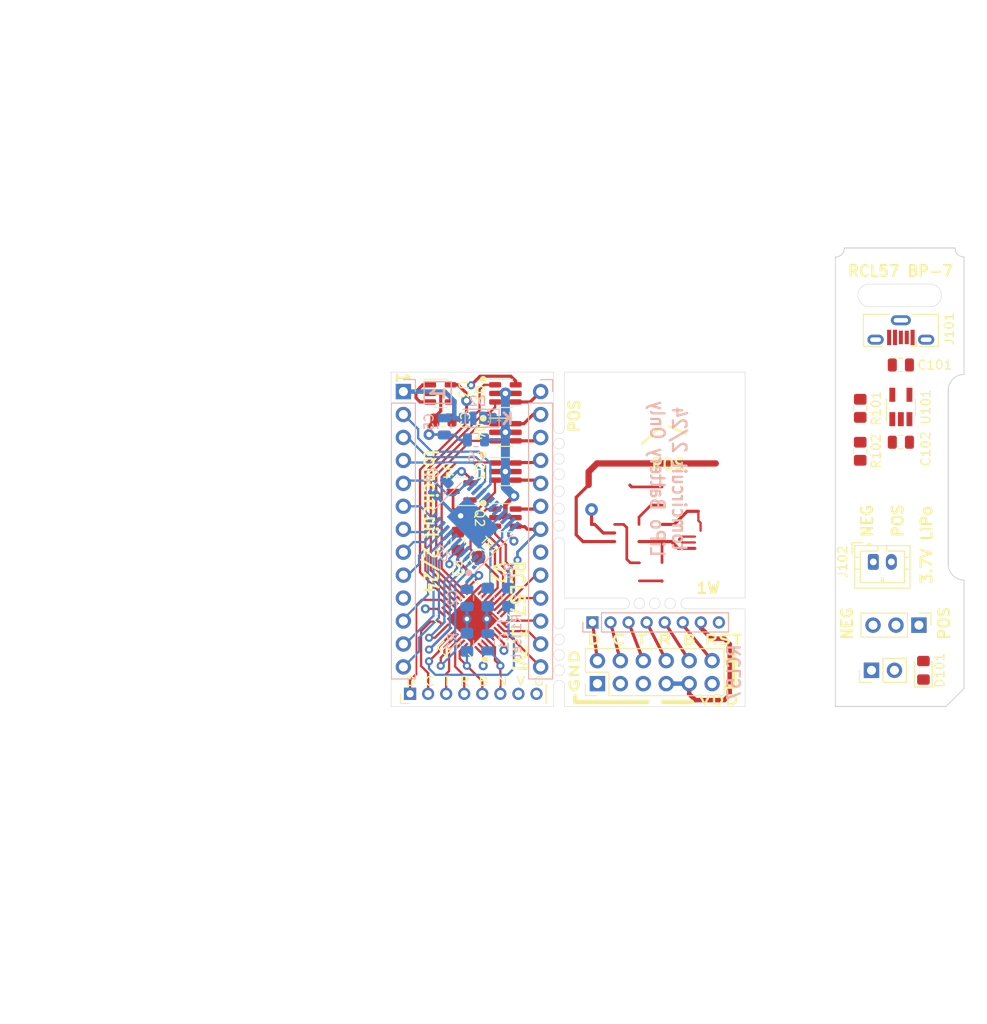
<source format=kicad_pcb>
(kicad_pcb (version 20221018) (generator pcbnew)
  (layers (0 "F.Cu" signal) (1 "In1.Cu" mixed) (2 "In2.Cu" mixed) (31 "B.Cu" signal) (34 "B.Paste" user) (35 "F.Paste" user) (36 "B.SilkS" user "B.Silkscreen") (37 "F.SilkS" user "F.Silkscreen") (38 "B.Mask" user) (39 "F.Mask" user) (44 "Edge.Cuts" user))
  (net 0 "")
  (net 1 "GND")
  (net 2 "+3V3")
  (net 3 "+BATT")
  (net 6 "VBUS")
  (net 13 "Net-(U2-IREF)")
  (net 16 "/RCL57 Retrofit - MCU Board/NRST")
  (net 17 "Net-(D101-K)")
  (net 18 "/RCL57 Retrofit - PSU Board/VUSB")
  (net 19 "/RCL57 Retrofit - MCU Board/D1SP")
  (net 20 "/RCL57 Retrofit - MCU Board/D2")
  (net 21 "/RCL57 Retrofit - MCU Board/D3")
  (net 22 "/RCL57 Retrofit - MCU Board/D4")
  (net 23 "/RCL57 Retrofit - MCU Board/D5")
  (net 24 "/RCL57 Retrofit - MCU Board/D6")
  (net 25 "/RCL57 Retrofit - MCU Board/D7")
  (net 26 "/RCL57 Retrofit - MCU Board/D8")
  (net 27 "/RCL57 Retrofit - MCU Board/D9")
  (net 28 "/RCL57 Retrofit - MCU Board/D10")
  (net 29 "/RCL57 Retrofit - MCU Board/D11")
  (net 30 "/RCL57 Retrofit - MCU Board/SG")
  (net 31 "/RCL57 Retrofit - MCU Board/SF")
  (net 32 "/RCL57 Retrofit - MCU Board/SE")
  (net 33 "/RCL57 Retrofit - MCU Board/SC")
  (net 34 "/RCL57 Retrofit - MCU Board/SB")
  (net 35 "/RCL57 Retrofit - MCU Board/SA")
  (net 36 "/RCL57 Retrofit - MCU Board/D12SD")
  (net 37 "/RCL57 Retrofit - MCU Board/K5")
  (net 38 "/RCL57 Retrofit - MCU Board/K4")
  (net 39 "/RCL57 Retrofit - MCU Board/K3")
  (net 40 "/RCL57 Retrofit - MCU Board/K2")
  (net 41 "/RCL57 Retrofit - MCU Board/K1")
  (net 42 "/RCL57 Retrofit - MCU Board/SWDIO")
  (net 43 "/RCL57 Retrofit - MCU Board/SWCLK")
  (net 44 "/RCL57 Retrofit - MCU Board/U1TXD")
  (net 45 "/RCL57 Retrofit - MCU Board/U1RXD")
  (net 46 "/RCL57 Retrofit - MCU Board/BOOT0")
  (net 47 "Net-(J101-D+)")
  (net 48 "/RCL57 Retrofit - PSU Board/VBAT")
  (net 50 "/RCL57 Retrofit - MCU Board/P_DRIVE")
  (net 51 "/RCL57 Retrofit - MCU Board/G_DRIVE")
  (net 52 "/RCL57 Retrofit - MCU Board/A_DRIVE")
  (net 53 "/RCL57 Retrofit - MCU Board/D_DRIVE")
  (net 54 "/RCL57 Retrofit - MCU Board/C_DRIVE")
  (net 55 "/RCL57 Retrofit - MCU Board/B_DRIVE")
  (net 56 "/RCL57 Retrofit - MCU Board/F_DRIVE")
  (net 57 "/RCL57 Retrofit - MCU Board/E_DRIVE")
  (net 58 "/RCL57 Retrofit - MCU Board/MEMIO")
  (net 59 "/RCL57 Retrofit - MCU Board/D12MCU")
  (net 60 "/RCL57 Retrofit - MCU Board/LATCH")
  (net 61 "/RCL57 Retrofit - MCU Board/SCLK")
  (net 62 "/RCL57 Retrofit - MCU Board/SDATA")
  (net 63 "Net-(U101-STAT)")
  (net 64 "Net-(U101-PROG)")
  (net 65 "GND1")
  (net 66 "/RCL557 Retrofit - Debug Board/SWDIO2")
  (net 67 "/RCL557 Retrofit - Debug Board/SWCLK12")
  (net 68 "/RCL557 Retrofit - Debug Board/U1TXD2")
  (net 69 "/RCL557 Retrofit - Debug Board/U1RXD2")
  (net 70 "/RCL557 Retrofit - Debug Board/BOOT02")
  (net 71 "/RCL557 Retrofit - Debug Board/NRST2")
  (net 72 "/RCL557 Retrofit - Debug Board/VDD2")
  (net 73 "/RCL557 Retrofit - Debug Board/GND2")
  (footprint "Package_TO_SOT_SMD:SOT-23-6" (layer "F.Cu") (at 148.459999 96.1)
    (fp_text reference "Q2")
    (fp_text value "DMP2240UDM-7")
  )
  (footprint "Connector_PinHeader_2.54mm:PinHeader_1x03_P2.54mm_Vertical" (layer "F.Cu") (at 194.25 108 -90)
    (fp_text reference "J103" hide)
    (fp_text value "CALC")
  )
  (footprint "Package_DFN_QFN:QFN-36-1EP_6x6mm_P0.5mm_EP4.1x4.1mm" (layer "F.Cu") (at 144.859999 107.309585 135)
    (fp_text reference "U1")
    (fp_text value "STM32F103TBUx")
  )
  (footprint "Capacitor_SMD:C_0805_2012Metric" (layer "F.Cu") (at 141.6 85.3 180)
    (fp_text reference "C3")
    (fp_text value "4.7uF")
  )
  (footprint "Package_TO_SOT_SMD:SOT-23-6" (layer "F.Cu") (at 148.46 82.347056)
    (fp_text reference "Q1")
    (fp_text value "DMP2240UDM-7")
  )
  (footprint "Package_TO_SOT_SMD:SOT-23-6" (layer "F.Cu") (at 148.4625 86.65)
    (fp_text reference "Q4")
    (fp_text value "DMP2240UDM-7")
  )
  (footprint "Connector_PinHeader_2.00mm:PinHeader_1x08_P2.00mm_Vertical" (layer "F.Cu") (at 137.9 115.6 90)
    (fp_text reference "J3" hide)
    (fp_text value "STLINK")
  )
  (footprint "Resistor_SMD:R_0805_2012Metric_Pad1.20x1.40mm_HandSolder" (layer "F.Cu") (at 187.75 88.75 -90)
    (fp_text reference "R102")
    (fp_text value "470")
  )
  (footprint "Resistor_SMD:R_0805_2012Metric_Pad1.20x1.40mm_HandSolder" (layer "F.Cu") (at 143.2 98.7 90)
    (fp_text reference "R3")
    (fp_text value "47K")
  )
  (footprint "Resistor_SMD:R_0805_2012Metric_Pad1.20x1.40mm_HandSolder" (layer "F.Cu") (at 187.75 84 -90)
    (fp_text reference "R101")
    (fp_text value "4.7K")
  )
  (footprint "Connector_JST:JST_PH_B2B-PH-K_1x02_P2.00mm_Vertical" (layer "F.Cu") (at 189.2 101)
    (fp_text reference "J102")
    (fp_text value "JST PH 2mm")
  )
  (footprint "TestPoint:TestPoint_Pad_D1.5mm" (layer "F.Cu") (at 145.5 100.5)
    (fp_text reference "TP1")
    (fp_text value "MEMIO")
  )
  (footprint "Package_TO_SOT_SMD:SOT-23" (layer "F.Cu") (at 143.6 93.2 180)
    (fp_text reference "U4")
    (fp_text value "11AA080/TT")
  )
  (footprint "MountingHole:MountingHole_2mm" (layer "F.Cu") (at 158 102)
    (fp_text reference "H101" hide)
    (fp_text value "MountingHole")
  )
  (footprint "Capacitor_SMD:C_0805_2012Metric" (layer "F.Cu") (at 192.25 79.2 180)
    (fp_text reference "C101")
    (fp_text value "4.7uF")
  )
  (footprint "Package_TO_SOT_SMD:SOT-23-5_HandSoldering" (layer "F.Cu") (at 192.25 83.850001 90)
    (fp_text reference "U101")
    (fp_text value "MCP73831-2-OT")
  )
  (footprint "Connector_PinHeader_2.54mm:PinHeader_2x06_P2.54mm_Vertical" (layer "F.Cu") (at 158.65 114.475 90)
    (fp_text reference "J202" hide)
    (fp_text value "DEBUG")
  )
  (footprint "LED_SMD:LED_0805_2012Metric_Pad1.15x1.40mm_HandSolder" (layer "F.Cu") (at 194.75 113 90)
    (fp_text reference "D101")
    (fp_text value "LED")
  )
  (footprint "Capacitor_SMD:C_0805_2012Metric" (layer "F.Cu") (at 192.25 87.75 180)
    (fp_text reference "C102")
    (fp_text value "4.7uF")
  )
  (footprint "Connector_USB:USB_Micro-B_Molex-105133-0001" (layer "F.Cu") (at 192.25 75.325 180)
    (fp_text reference "J101")
    (fp_text value "USB_B_Micro")
  )
  (footprint "MountingHole:MountingHole_2mm" (layer "F.Cu") (at 172 83)
    (fp_text reference "H102" hide)
    (fp_text value "MountingHole")
  )
  (footprint "Package_TO_SOT_SMD:SOT-23-5" (layer "F.Cu") (at 141.26 82.347056)
    (fp_text reference "U3")
    (fp_text value "TLV70033_SOT23-5")
  )
  (footprint "Package_TO_SOT_SMD:SOT-23-6" (layer "F.Cu") (at 148.459999 91)
    (fp_text reference "Q3")
    (fp_text value "DMP2240UDM-7")
  )
  (footprint "Connector_PinHeader_2.54mm:PinHeader_1x02_P2.54mm_Vertical" (layer "F.Cu") (at 189 113 90)
    (fp_text reference "J104" hide)
    (fp_text value "DUMMY")
  )
  (footprint "Capacitor_SMD:C_0805_2012Metric" (layer "B.Cu") (at 144.2 105 -90)
    (fp_text reference "C2")
    (fp_text value "100nF")
  )
  (footprint "Connector_PinSocket_2.00mm:PinSocket_1x08_P2.00mm_Vertical" (layer "B.Cu") (at 158.1 107.7 -90)
    (fp_text reference "J201" hide)
    (fp_text value "RCL57_BOARD")
  )
  (footprint "Diode_SMD:D_SOD-123" (layer "B.Cu") (at 145.4 85.1 180)
    (fp_text reference "D2")
    (fp_text value "MBR0520")
  )
  (footprint "Capacitor_SMD:C_0805_2012Metric" (layer "B.Cu") (at 141.7 86 -90)
    (fp_text reference "C5")
    (fp_text value "100nF")
  )
  (footprint "Resistor_SMD:R_0805_2012Metric_Pad1.20x1.40mm_HandSolder" (layer "B.Cu") (at 148.8 104.9 -90)
    (fp_text reference "R4")
    (fp_text value "470")
  )
  (footprint "Capacitor_SMD:C_0805_2012Metric" (layer "B.Cu") (at 145.2 87.5 180)
    (fp_text reference "C6")
    (fp_text value "4.7uF")
  )
  (footprint "Capacitor_SMD:C_0805_2012Metric" (layer "B.Cu") (at 141.3 92.8 -135)
    (fp_text reference "C4")
    (fp_text value "100nF")
  )
  (footprint "Jumper:SolderJumper-2_P1.3mm_Open_RoundedPad1.0x1.5mm" (layer "B.Cu") (at 145.4 85.1)
    (fp_text reference "JP1" hide)
    (fp_text value "NoDiode")
  )
  (footprint "Connector_PinHeader_2.54mm:PinHeader_1x13_P2.54mm_Vertical" (layer "B.Cu") (at 137.16 82.147058 180)
    (fp_text reference "J1" hide)
    (fp_text value "TMC1500 p1-13")
  )
  (footprint "Resistor_SMD:R_0805_2012Metric_Pad1.20x1.40mm_HandSolder" (layer "B.Cu") (at 146.5 104.9 -90)
    (fp_text reference "R1")
    (fp_text value "6.8K")
  )
  (footprint "Resistor_SMD:R_0805_2012Metric_Pad1.20x1.40mm_HandSolder" (layer "B.Cu") (at 144.2 109.9 90)
    (fp_text reference "R2")
    (fp_text value "47K")
  )
  (footprint "Package_SO:TSSOP-24-1EP_4.4x7.8mm_P0.65mm_EP3.2x5mm" (layer "B.Cu") (at 144.859999 96.647056 45)
    (fp_text reference "U2")
    (fp_text value "TLC5929PWP")
  )
  (footprint "Connector_PinHeader_2.54mm:PinHeader_1x13_P2.54mm_Vertical" (layer "B.Cu") (at 152.36 82.147056 180)
    (fp_text reference "J2" hide)
    (fp_text value "TMC1500 p28-16")
  )
  (footprint "Capacitor_SMD:C_0805_2012Metric" (layer "B.Cu") (at 146.5 109.9 -90)
    (fp_text reference "C1")
    (fp_text value "100nF")
  )
  (gr_line (start 139.459999 83.447056) (end 142.46 83.447056) (stroke (width 0.15)) (layer "B.SilkS"))
  (gr_line (start 142.46 81.047058) (end 139.459999 81.047058) (stroke (width 0.15)) (layer "B.SilkS"))
  (gr_line (start 139.459999 81.047058) (end 139.459999 83.447056) (stroke (width 0.15)) (layer "B.SilkS"))
  (gr_line (start 147.7 107.6) (end 147 106.9) (stroke (width 0.15)) (layer "B.SilkS"))
  (gr_circle (center 144.4 102.2) (end 144.7 102.2) (stroke (width 0.15)) (fill solid) (layer "B.SilkS"))
  (gr_line (start 148.8 107.6) (end 147.7 107.6) (stroke (width 0.15)) (layer "B.SilkS"))
  (gr_line (start 142.46 83.447056) (end 142.46 81.047058) (stroke (width 0.15)) (layer "B.SilkS"))
  (gr_line (start 173.8 114.8) (end 173.8 110.7) (stroke (width 0.5)) (layer "F.SilkS"))
  (gr_line (start 156.2 116.5) (end 164.2 116.5) (stroke (width 0.5)) (layer "F.SilkS"))
  (gr_line (start 165.7 86) (end 163.6 87.9) (stroke (width 0.25)) (layer "F.SilkS"))
  (gr_line (start 165.9 116.5) (end 169.1 116.5) (stroke (width 0.5)) (layer "F.SilkS"))
  (gr_circle (center 146 89.2) (end 146.3 89.2) (stroke (width 0.15)) (fill solid) (layer "F.SilkS"))
  (gr_line (start 173.8 114.8) (end 173 114.8) (stroke (width 0.5)) (layer "F.SilkS"))
  (gr_circle (center 146 80.8) (end 146.3 80.8) (stroke (width 0.15)) (fill solid) (layer "F.SilkS"))
  (gr_line (start 156.2 116.5) (end 156.2 115.9) (stroke (width 0.5)) (layer "F.SilkS"))
  (gr_circle (center 146 85.1) (end 146.3 85.1) (stroke (width 0.15)) (fill solid) (layer "F.SilkS"))
  (gr_circle (center 146.2 111.8) (end 146.5 111.8) (stroke (width 0.15)) (fill solid) (layer "F.SilkS"))
  (gr_line (start 173.8 111.9) (end 173 111.9) (stroke (width 0.5)) (layer "F.SilkS"))
  (gr_line (start 166.6 86) (end 168.5 86.8) (stroke (width 0.25)) (layer "F.SilkS"))
  (gr_circle (center 146 94.5) (end 146.3 94.5) (stroke (width 0.15)) (fill solid) (layer "F.SilkS"))
  (gr_arc (start 155 86.2) (mid 154.4 86.8) (end 153.8 86.2) (stroke (width 0.05)) (layer "Edge.Cuts"))
  (gr_circle (center 154.4 111.3) (end 154.4 110.7) (stroke (width 0.05)) (fill none) (layer "Edge.Cuts"))
  (gr_line (start 188.75 70.25) (end 195.5 70.25) (stroke (width 0.05)) (layer "Edge.Cuts"))
  (gr_line (start 199.25 80.25) (end 199.25 67.25) (stroke (width 0.1)) (layer "Edge.Cuts"))
  (gr_line (start 168.5 105) (end 175 105) (stroke (width 0.05)) (layer "Edge.Cuts"))
  (gr_line (start 135.8 117) (end 149.8 117) (stroke (width 0.05)) (layer "Edge.Cuts"))
  (gr_line (start 153.8 117) (end 153.8 114.7) (stroke (width 0.05)) (layer "Edge.Cuts"))
  (gr_line (start 188.75 72.75) (end 195.5 72.75) (stroke (width 0.05)) (layer "Edge.Cuts"))
  (gr_line (start 155 105) (end 161.6 105) (stroke (width 0.05)) (layer "Edge.Cuts"))
  (gr_arc (start 161.6 105) (mid 162.2 105.6) (end 161.6 106.2) (stroke (width 0.05)) (layer "Edge.Cuts"))
  (gr_arc (start 155 107.8) (mid 154.4 108.4) (end 153.8 107.8) (stroke (width 0.05)) (layer "Edge.Cuts"))
  (gr_line (start 155 117) (end 155 114.7) (stroke (width 0.05)) (layer "Edge.Cuts"))
  (gr_circle (center 154.4 97) (end 154.4 97.6) (stroke (width 0.05)) (fill none) (layer "Edge.Cuts"))
  (gr_circle (center 154.4 89.6) (end 154.4 90.2) (stroke (width 0.05)) (fill none) (layer "Edge.Cuts"))
  (gr_arc (start 197.5 82) (mid 198.012563 80.762564) (end 199.25 80.25) (stroke (width 0.1)) (layer "Edge.Cuts"))
  (gr_line (start 135.8 117) (end 135.8 80) (stroke (width 0.05)) (layer "Edge.Cuts"))
  (gr_arc (start 153.8 114.7) (mid 154.4 114.1) (end 155 114.7) (stroke (width 0.05)) (layer "Edge.Cuts"))
  (gr_line (start 135.8 80) (end 153.8 80) (stroke (width 0.05)) (layer "Edge.Cuts"))
  (gr_circle (center 154.4 109.6) (end 154.4 109) (stroke (width 0.05)) (fill none) (layer "Edge.Cuts"))
  (gr_arc (start 199.25 103.000045) (mid 198.016981 102.491902) (end 197.5 101.262563) (stroke (width 0.1)) (layer "Edge.Cuts"))
  (gr_arc (start 168.5 106.2) (mid 167.9 105.6) (end 168.5 105) (stroke (width 0.05)) (layer "Edge.Cuts"))
  (gr_line (start 185 117) (end 185 67.25) (stroke (width 0.1)) (layer "Edge.Cuts"))
  (gr_line (start 199.25 103) (end 199.25 115) (stroke (width 0.1)) (layer "Edge.Cuts"))
  (gr_line (start 175 105) (end 175 80) (stroke (width 0.05)) (layer "Edge.Cuts"))
  (gr_line (start 197.5 101.262563) (end 197.5 82) (stroke (width 0.12)) (layer "Edge.Cuts"))
  (gr_arc (start 188.75 72.75) (mid 187.499999 71.499999) (end 188.75 70.25) (stroke (width 0.05)) (layer "Edge.Cuts"))
  (gr_line (start 153.8 80) (end 153.8 86.2) (stroke (width 0.05)) (layer "Edge.Cuts"))
  (gr_line (start 168.5 106.2) (end 175 106.2) (stroke (width 0.05)) (layer "Edge.Cuts"))
  (gr_line (start 175 106.2) (end 175 117) (stroke (width 0.05)) (layer "Edge.Cuts"))
  (gr_circle (center 165 105.6) (end 165.6 105.6) (stroke (width 0.05)) (fill none) (layer "Edge.Cuts"))
  (gr_circle (center 154.4 91.3) (end 154.4 91.9) (stroke (width 0.05)) (fill none) (layer "Edge.Cuts"))
  (gr_circle (center 166.7 105.6) (end 167.3 105.6) (stroke (width 0.05)) (fill none) (layer "Edge.Cuts"))
  (gr_circle (center 154.4 95.1) (end 154.4 95.7) (stroke (width 0.05)) (fill none) (layer "Edge.Cuts"))
  (gr_line (start 155 98.9) (end 155 105) (stroke (width 0.05)) (layer "Edge.Cuts"))
  (gr_circle (center 154.4 93.2) (end 154.4 93.8) (stroke (width 0.05)) (fill none) (layer "Edge.Cuts"))
  (gr_circle (center 163.3 105.6) (end 163.9 105.6) (stroke (width 0.05)) (fill none) (layer "Edge.Cuts"))
  (gr_line (start 175 80) (end 155 80) (stroke (width 0.05)) (layer "Edge.Cuts"))
  (gr_circle (center 154.4 87.9) (end 154.4 88.5) (stroke (width 0.05)) (fill none) (layer "Edge.Cuts"))
  (gr_arc (start 153.8 98.9) (mid 154.4 98.3) (end 155 98.9) (stroke (width 0.05)) (layer "Edge.Cuts"))
  (gr_arc (start 199.25 67.25) (mid 198.542894 66.957107) (end 198.25 66.25) (stroke (width 0.1)) (layer "Edge.Cuts"))
  (gr_line (start 185 117) (end 197.25 117) (stroke (width 0.12)) (layer "Edge.Cuts"))
  (gr_line (start 155 106.2) (end 155 107.8) (stroke (width 0.05)) (layer "Edge.Cuts"))
  (gr_circle (center 154.4 113) (end 154.4 112.4) (stroke (width 0.05)) (fill none) (layer "Edge.Cuts"))
  (gr_arc (start 195.5 70.25) (mid 196.75 71.5) (end 195.5 72.75) (stroke (width 0.05)) (layer "Edge.Cuts"))
  (gr_line (start 197.25 117) (end 199.25 115) (stroke (width 0.1)) (layer "Edge.Cuts"))
  (gr_arc (start 186 66.25) (mid 185.707107 66.957106) (end 185 67.25) (stroke (width 0.1)) (layer "Edge.Cuts"))
  (gr_line (start 153.8 107.8) (end 153.8 98.9) (stroke (width 0.05)) (layer "Edge.Cuts"))
  (gr_line (start 155 80) (end 155 86.2) (stroke (width 0.05)) (layer "Edge.Cuts"))
  (gr_line (start 175 117) (end 155 117) (stroke (width 0.05)) (layer "Edge.Cuts"))
  (gr_line (start 149.8 117) (end 153.8 117) (stroke (width 0.05)) (layer "Edge.Cuts"))
  (gr_line (start 186 66.25) (end 198.25 66.25) (stroke (width 0.12)) (layer "Edge.Cuts"))
  (gr_line (start 155 106.2) (end 161.6 106.2) (stroke (width 0.05)) (layer "Edge.Cuts"))
  (gr_text "RCL57" (at 174.6 110 90) (layer "B.SilkS") (effects (font (size 1.4 1.3) (thickness 0.25) bold) (justify left bottom mirror)))
  (gr_text "Iset" (at 150.3 108.9 90) (layer "B.SilkS") (effects (font (size 1 1)) (justify left bottom mirror)))
  (gr_text "1" (at 141.86 81.447058 90) (layer "B.SilkS") (effects (font (size 1.5 1.5) (thickness 0.3) bold) (justify left bottom mirror)))
  (gr_text "K" (at 149.5 85.9) (layer "B.SilkS") (effects (font (size 1.25 1.25) (thickness 0.3) bold) (justify left bottom mirror)))
  (gr_text "tomcircuit 2/24\nLiPo Battery Only" (at 164.4 91.8 270) (layer "B.SilkS") (effects (font (size 1.5 1.3) (thickness 0.25) bold) (justify bottom mirror)))
  (gr_text "POS" (at 191.2 98.4 90) (layer "F.SilkS") (effects (font (size 1.2 1.2) (thickness 0.25) bold) (justify left top)))
  (gr_text "D C T R B " (at 157.32 110.2) (layer "F.SilkS") (effects (font (size 1 1.55) (thickness 0.25) bold) (justify left bottom)))
  (gr_text "RCL57 BP-7" (at 192.2 68.8) (layer "F.SilkS") (effects (font (size 1.2 1.2) (thickness 0.25) bold)))
  (gr_text "D C T R B N V G" (at 137.3 114.8) (layer "F.SilkS") (effects (font (size 1 1.18)) (justify left bottom)))
  (gr_text "1" (at 136.26 79.847058 -90) (layer "F.SilkS") (effects (font (size 1.5 1.3) (thickness 0.25) bold) (justify left bottom)))
  (gr_text "POS" (at 156.8 86.8 90) (layer "F.SilkS") (effects (font (size 1.2 1.2) (thickness 0.25) bold) (justify left bottom)))
  (gr_text "1W" (at 169.5 104.6) (layer "F.SilkS") (effects (font (size 1.2 1.2) (thickness 0.25) bold) (justify left bottom)))
  (gr_text "tomcircuit 2/24" (at 139.3 88.4 270) (layer "F.SilkS") (effects (font (size 1.5 1.3) (thickness 0.25) bold) (justify left bottom)))
  (gr_text "NEG" (at 189.2 98.4 90) (layer "F.SilkS") (effects (font (size 1.2 1.2) (thickness 0.25) bold) (justify left bottom)))
  (gr_text "RST" (at 170.3 110.2) (layer "F.SilkS") (effects (font (size 1 1.55) (thickness 0.25) bold) (justify left bottom)))
  (gr_text "NEG" (at 187 109.75 90) (layer "F.SilkS") (effects (font (size 1.2 1.2) (thickness 0.25) bold) (justify left bottom)))
  (gr_text "V2" (at 147.6 102.2 270) (layer "F.SilkS") (effects (font (size 1.5 1.3) (thickness 0.25) bold)))
  (gr_text "RCL57" (at 148.9 100.7 270) (layer "F.SilkS") (effects (font (size 1.5 1.3) (thickness 0.28) bold) (justify left bottom)))
  (gr_text "POS" (at 197.75 109.75 90) (layer "F.SilkS") (effects (font (size 1.2 1.2) (thickness 0.25) bold) (justify left bottom)))
  (gr_text "3.7V!" (at 149.1 108.1 270) (layer "F.SilkS") (effects (font (size 1.5 1.3) (thickness 0.25) bold) (justify left bottom)))
  (gr_text "GND" (at 156.7 115.6 90) (layer "F.SilkS") (effects (font (size 1 1.55) (thickness 0.25) bold) (justify left bottom)))
  (gr_text "VDD" (at 169.7 116.9) (layer "F.SilkS") (effects (font (size 1 1.55) (thickness 0.25) bold) (justify left bottom)))
  (gr_text "POS" (at 164.5 90.9) (layer "F.SilkS") (effects (font (size 1.2 1.2) (thickness 0.25) bold) (justify left bottom)))
  (gr_text "3.7V LiPo" (at 195.8 103.6 90) (layer "F.SilkS") (effects (font (size 1.2 1.2) (thickness 0.25) bold) (justify left bottom)))
  (segment (start 142.3975 82.6975) (end 142.3975 83.297056) (width 0.35) (layer "F.Cu") (net 1))
  (segment (start 140.65 85.3) (end 140 85.95) (width 0.35) (layer "F.Cu") (net 1))
  (segment (start 144.859999 107.309585) (end 144.684631 107.484953) (width 0.25) (layer "F.Cu") (net 1))
  (segment (start 141.3 82.447056) (end 141.2 82.347056) (width 0.35) (layer "F.Cu") (net 1))
  (segment (start 140.65 85.3) (end 140.65 84.95) (width 0.35) (layer "F.Cu") (net 1))
  (segment (start 140 85.95) (end 140 86.9) (width 0.35) (layer "F.Cu") (net 1))
  (segment (start 144.684631 110.315369) (end 144.227122 110.772878) (width 0.25) (layer "F.Cu") (net 1))
  (segment (start 146.866415 109.316) (end 144.859999 107.309585) (width 0.25) (layer "F.Cu") (net 1))
  (segment (start 140.1225 82.347056) (end 141.2 82.347056) (width 0.35) (layer "F.Cu") (net 1))
  (segment (start 140.65 84.95) (end 141.3 84.3) (width 0.35) (layer "F.Cu") (net 1))
  (segment (start 144.684631 107.484953) (end 144.684631 110.315369) (width 0.25) (layer "F.Cu") (net 1))
  (segment (start 144.859999 107.309585) (end 142.738679 107.309583) (width 0.25) (layer "F.Cu") (net 1))
  (segment (start 144.859999 104.516514) (end 145.4522 103.924313) (width 0.25) (layer "F.Cu") (net 1))
  (segment (start 141.2 82.347056) (end 142.047056 82.347056) (width 0.35) (layer "F.Cu") (net 1))
  (segment (start 143.5 95.9) (end 143.49999 95.90001) (width 0.3) (layer "F.Cu") (net 1))
  (segment (start 142.6625 95.0625) (end 143.5 95.9) (width 0.3) (layer "F.Cu") (net 1))
  (segment (start 142.047056 82.347056) (end 142.3975 82.6975) (width 0.35) (layer "F.Cu") (net 1))
  (segment (start 144.859999 107.309585) (end 144.859999 104.516514) (width 0.25) (layer "F.Cu") (net 1))
  (segment (start 142.6625 93.2) (end 142.6625 95.0625) (width 0.3) (layer "F.Cu") (net 1))
  (segment (start 145.4522 103.924313) (end 145.4522 103.888956) (width 0.25) (layer "F.Cu") (net 1))
  (segment (start 142.738679 107.309583) (end 141.792923 106.36383) (width 0.25) (layer "F.Cu") (net 1))
  (segment (start 141.3 84.3) (end 141.3 82.447056) (width 0.35) (layer "F.Cu") (net 1))
  (via (at 140 86.9) (size 1.2) (drill 0.6) (layers "F.Cu" "B.Cu") (net 1))
  (via (at 146.4 107.3) (size 1) (drill 0.5) (layers "F.Cu" "B.Cu") (net 1))
  (via (at 144.2 107.309585) (size 1) (drill 0.5) (layers "F.Cu" "B.Cu") (net 1))
  (via (at 143.5 95.9) (size 1.2) (drill 0.6) (layers "F.Cu" "B.Cu") (net 1))
  (segment (start 143.5 95.9) (end 143.2 96.9) (width 0.3) (layer "B.Cu") (net 1))
  (segment (start 143.2 96.9) (end 146 99.7) (width 0.3) (layer "B.Cu") (net 1))
  (segment (start 144.25 87.5) (end 143.4 87.5) (width 0.3) (layer "B.Cu") (net 1))
  (segment (start 141.7 86.95) (end 141.05 86.95) (width 0.3) (layer "B.Cu") (net 1))
  (segment (start 143 95.9) (end 143.5 95.9) (width 0.35) (layer "B.Cu") (net 1))
  (segment (start 144.2 107.309585) (end 144.2 106.649586) (width 0.35) (layer "B.Cu") (net 1))
  (segment (start 140.628249 93.528249) (end 143 95.9) (width 0.35) (layer "B.Cu") (net 1))
  (segment (start 146.5 97.305152) (end 144.905152 97.305152) (width 0.25) (layer "B.Cu") (net 1))
  (segment (start 143.4 87.5) (end 142.85 86.95) (width 0.3) (layer "B.Cu") (net 1))
  (segment (start 144.905152 97.305152) (end 143.5 95.9) (width 0.25) (layer "B.Cu") (net 1))
  (segment (start 144.2 106.649586) (end 144.2 105.95) (width 0.35) (layer "B.Cu") (net 1))
  (segment (start 146 100.56287) (end 145.363814 101.199056) (width 0.3) (layer "B.Cu") (net 1))
  (segment (start 141.05 86.95) (end 141 86.9) (width 0.3) (layer "B.Cu") (net 1))
  (segment (start 141 86.9) (end 140 86.9) (width 0.3) (layer "B.Cu") (net 1))
  (segment (start 148.033141 95.772011) (end 146.5 97.305152) (width 0.25) (layer "B.Cu") (net 1))
  (segment (start 146 99.7) (end 146 100.56287) (width 0.3) (layer "B.Cu") (net 1))
  (segment (start 140.628249 93.471751) (end 140.628249 93.528249) (width 0.35) (layer "B.Cu") (net 1))
  (segment (start 146.5 105.9) (end 146.4 106) (width 0.3) (layer "B.Cu") (net 1))
  (segment (start 146.5 108.95) (end 146.4 108.85) (width 0.3) (layer "B.Cu") (net 1))
  (segment (start 142.85 86.95) (end 141.7 86.95) (width 0.3) (layer "B.Cu") (net 1))
  (segment (start 146.4 106) (end 146.4 107.3) (width 0.3) (layer "B.Cu") (net 1))
  (segment (start 146.4 108.85) (end 146.4 107.3) (width 0.3) (layer "B.Cu") (net 1))
  (segment (start 144.2 107.309585) (end 144.2 108.9) (width 0.3) (layer "B.Cu") (net 1))
  (segment (start 144.16 84.44) (end 144.16 83.147056) (width 0.35) (layer "F.Cu") (net 2))
  (segment (start 143.8 91) (end 143.6 91) (width 0.3) (layer "F.Cu") (net 2))
  (segment (start 145.452201 110.730212) (end 146 111.278011) (width 0.25) (layer "F.Cu") (net 2))
  (segment (start 143.2 99.7) (end 143.2 100.9) (width 0.3) (layer "F.Cu") (net 2))
  (segment (start 146 111.278011) (end 146 112.5) (width 0.25) (layer "F.Cu") (net 2))
  (segment (start 147.219969 108.962446) (end 148.3 110.042477) (width 0.25) (layer "F.Cu") (net 2))
  (segment (start 144.267798 103.888953) (end 145.5 102.656751) (width 0.25) (layer "F.Cu") (net 2))
  (segment (start 143.3 85.3) (end 144.16 84.44) (width 0.35) (layer "F.Cu") (net 2))
  (segment (start 144.16 82.347056) (end 144.16 83.147056) (width 0.35) (layer "F.Cu") (net 2))
  (segment (start 144.8 102.5) (end 145.5 102.5) (width 0.3) (layer "F.Cu") (net 2))
  (segment (start 140.921989 106.2) (end 139.600002 106.2) (width 0.25) (layer "F.Cu") (net 2))
  (segment (start 144.5375 91.7375) (end 143.8 91) (width 0.3) (layer "F.Cu") (net 2))
  (segment (start 144.5375 92.25) (end 144.5375 91.7375) (width 0.3) (layer "F.Cu") (net 2))
  (segment (start 143.2 100.9) (end 144.8 102.5) (width 0.3) (layer "F.Cu") (net 2))
  (segment (start 145.5 102.656751) (end 145.5 102.5) (width 0.25) (layer "F.Cu") (net 2))
  (segment (start 141.43937 106.717381) (end 140.921989 106.2) (width 0.25) (layer "F.Cu") (net 2))
  (segment (start 142.55 85.3) (end 143.3 85.3) (width 0.35) (layer "F.Cu") (net 2))
  (segment (start 148.3 110.042477) (end 148.3 110.799994) (width 0.25) (layer "F.Cu") (net 2))
  (segment (start 143.21 81.397056) (end 144.16 82.347056) (width 0.35) (layer "F.Cu") (net 2))
  (segment (start 142.397499 81.397056) (end 143.21 81.397056) (width 0.35) (layer "F.Cu") (net 2))
  (via (at 148.3 110.799994) (size 1) (drill 0.5) (layers "F.Cu" "B.Cu") (net 2))
  (via (at 146 112.5) (size 1) (drill 0.5) (layers "F.Cu" "B.Cu") (net 2))
  (via (at 149.4 98.700002) (size 1) (drill 0.5) (layers "F.Cu" "B.Cu") (net 2))
  (via (at 139.600002 106.2) (size 1) (drill 0.5) (layers "F.Cu" "B.Cu") (net 2))
  (via (at 144.16 83.147056) (size 1.2) (drill 0.6) (layers "F.Cu" "B.Cu") (net 2))
  (via (at 145.5 102.5) (size 1) (drill 0.5) (layers "F.Cu" "B.Cu") (net 2))
  (via (at 143.6 91) (size 1) (drill 0.5) (layers "F.Cu" "B.Cu") (net 2))
  (segment (start 148.8 97.762869) (end 148.8 98.100002) (width 0.3) (layer "B.Cu") (net 2))
  (segment (start 144.9 102.5) (end 145.5 102.5) (width 0.35) (layer "B.Cu") (net 2))
  (segment (start 143.1 91) (end 143.6 91) (width 0.35) (layer "B.Cu") (net 2))
  (segment (start 149.411998 97.150871) (end 148.8 97.762869) (width 0.3) (layer "B.Cu") (net 2))
  (segment (start 144.2 103.2) (end 144.9 102.5) (width 0.35) (layer "B.Cu") (net 2))
  (segment (start 141.971751 92.128249) (end 143.1 91) (width 0.35) (layer "B.Cu") (net 2))
  (segment (start 144.2 104.05) (end 144.2 103.2) (width 0.35) (layer "B.Cu") (net 2))
  (segment (start 148.8 98.100002) (end 149.4 98.700002) (width 0.3) (layer "B.Cu") (net 2))
  (segment (start 139.309999 81.397057) (end 138.559998 82.147056) (width 0.35) (layer "F.Cu") (net 3))
  (segment (start 139.009998 83.297056) (end 140.1225 83.297056) (width 0.35) (layer "F.Cu") (net 3))
  (segment (start 138.559998 82.147056) (end 138.56 82.847058) (width 0.35) (layer "F.Cu") (net 3))
  (segment (start 138.559998 82.147056) (end 137.16 82.147058) (width 0.35) (layer "F.Cu") (net 3))
  (segment (start 140.1225 81.397057) (end 139.309999 81.397057) (width 0.35) (layer "F.Cu") (net 3))
  (segment (start 138.56 82.847058) (end 139.009998 83.297056) (width 0.35) (layer "F.Cu") (net 3))
  (segment (start 142.75 85.05) (end 141.7 85.05) (width 0.3) (layer "B.Cu") (net 3))
  (segment (start 142.8 85.1) (end 142.75 85.05) (width 0.3) (layer "B.Cu") (net 3))
  (segment (start 143.75 85.1) (end 144.75 85.1) (width 0.5) (layer "B.Cu") (net 3))
  (segment (start 143.75 85.1) (end 142.8 85.1) (width 0.5) (layer "B.Cu") (net 3))
  (segment (start 142.8 85.1) (end 142.8 83.2) (width 0.5) (layer "B.Cu") (net 3))
  (segment (start 142.8 83.2) (end 141.747058 82.147058) (width 0.5) (layer "B.Cu") (net 3))
  (segment (start 141.747058 82.147058) (end 137.16 82.147058) (width 0.5) (layer "B.Cu") (net 3))
  (segment (start 148.460003 96.039997) (end 148.4 96.1) (width 0.35) (layer "F.Cu") (net 6))
  (segment (start 148.460003 94.639995) (end 149.399999 93.699999) (width 0.5) (layer "F.Cu") (net 6))
  (segment (start 148.460003 96.039997) (end 148.460003 94.639995) (width 0.5) (layer "F.Cu") (net 6))
  (segment (start 148.4 96.1) (end 147.322499 96.1) (width 0.35) (layer "F.Cu") (net 6))
  (segment (start 149.5975 82.347056) (end 147.3225 82.347056) (width 0.5) (layer "F.Cu") (net 6))
  (segment (start 147.325 86.65) (end 149.6 86.65) (width 0.5) (layer "F.Cu") (net 6))
  (segment (start 148.520006 96.1) (end 149.597499 96.1) (width 0.35) (layer "F.Cu") (net 6))
  (segment (start 148.460003 96.039997) (end 148.520006 96.1) (width 0.35) (layer "F.Cu") (net 6))
  (segment (start 148.459999 91) (end 148.460003 91.000004) (width 0.35) (layer "F.Cu") (net 6))
  (segment (start 147.322499 91) (end 149.597499 91) (width 0.5) (layer "F.Cu") (net 6))
  (via (at 149.399999 93.699999) (size 1.2) (drill 0.6) (layers "F.Cu" "B.Cu") (net 6))
  (via (at 148.4625 86.65) (size 1.3) (drill 0.6) (layers "F.Cu" "B.Cu") (net 6))
  (via (at 148.46 82.347056) (size 1.3) (drill 0.6) (layers "F.Cu" "B.Cu") (net 6))
  (via (at 148.459999 91) (size 1.3) (drill 0.6) (layers "F.Cu" "B.Cu") (net 6))
  (segment (start 148.459999 91) (end 148.459999 92.759999) (width 1) (layer "B.Cu") (net 6))
  (segment (start 146.05 85.1) (end 147.05 85.1) (width 0.5) (layer "B.Cu") (net 6))
  (segment (start 148.46 82.347056) (end 148.46 85.2) (width 1) (layer "B.Cu") (net 6))
  (segment (start 148.36 85.1) (end 148.46 85.2) (width 0.5) (layer "B.Cu") (net 6))
  (segment (start 148.46 86.647502) (end 148.4625 86.650002) (width 1) (layer "B.Cu") (net 6))
  (segment (start 148.46 85.2) (end 148.46 86.647502) (width 1) (layer "B.Cu") (net 6))
  (segment (start 148.46 86.652502) (end 148.4625 86.650002) (width 0.5) (layer "B.Cu") (net 6))
  (segment (start 148.459999 92.759999) (end 149.399999 93.699999) (width 1) (layer "B.Cu") (net 6))
  (segment (start 148.46 87.5) (end 148.46 86.652502) (width 0.5) (layer "B.Cu") (net 6))
  (segment (start 146.15 87.5) (end 148.46 87.5) (width 0.3) (layer "B.Cu") (net 6))
  (segment (start 147.05 85.1) (end 148.36 85.1) (width 0.5) (layer "B.Cu") (net 6))
  (segment (start 148.459999 91) (end 148.459999 86.652503) (width 1) (layer "B.Cu") (net 6))
  (segment (start 148.459999 86.652503) (end 148.4625 86.650002) (width 1) (layer "B.Cu") (net 6))
  (segment (start 148.1 98.3) (end 146.8 99.6) (width 0.25) (layer "B.Cu") (net 13))
  (segment (start 148.1 97.543632) (end 148.1 98.3) (width 0.25) (layer "B.Cu") (net 13))
  (segment (start 148.95238 96.691252) (end 148.1 97.543632) (width 0.25) (layer "B.Cu") (net 13))
  (segment (start 146.8 103.6) (end 146.5 103.9) (width 0.25) (layer "B.Cu") (net 13))
  (segment (start 146.8 99.6) (end 146.8 103.6) (width 0.25) (layer "B.Cu") (net 13))
  (segment (start 146.512863 109.669554) (end 147.3 110.456691) (width 0.25) (layer "F.Cu") (net 16))
  (segment (start 147.9 115.6) (end 147.9 112.499998) (width 0.25) (layer "F.Cu") (net 16))
  (segment (start 147.3 111.899998) (end 147.9 112.499998) (width 0.25) (layer "F.Cu") (net 16))
  (segment (start 147.3 110.456691) (end 147.3 111.899998) (width 0.25) (layer "F.Cu") (net 16))
  (via (at 147.9 112.499998) (size 0.9) (drill 0.45) (layers "F.Cu" "B.Cu") (net 16))
  (segment (start 146.65 110.85) (end 147.9 112.1) (width 0.25) (layer "B.Cu") (net 16))
  (segment (start 147.9 112.1) (end 147.9 112.499998) (width 0.25) (layer "B.Cu") (net 16))
  (segment (start 146.5 110.85) (end 146.65 110.85) (width 0.25) (layer "B.Cu") (net 16))
  (segment (start 165.775 103.1) (end 165.8 103.125) (width 0.35) (layer "F.Cu") (net 17))
  (segment (start 163.3 103.1) (end 165.775 103.1) (width 0.3) (layer "F.Cu") (net 17))
  (segment (start 165.8 101.075) (end 165.8 98.75) (width 0.3) (layer "F.Cu") (net 18))
  (segment (start 166.85 98.75) (end 165.8 98.75) (width 0.35) (layer "F.Cu") (net 18))
  (segment (start 163.25 98.75) (end 165.8 98.75) (width 0.35) (layer "F.Cu") (net 18))
  (segment (start 167.6 99.5) (end 166.85 98.75) (width 0.35) (layer "F.Cu") (net 18))
  (segment (start 169.4375 99.5) (end 167.6 99.5) (width 0.35) (layer "F.Cu") (net 18))
  (segment (start 144.66 81.44) (end 144.66 81.447058) (width 0.35) (layer "F.Cu") (net 19))
  (segment (start 149.06 80.447056) (end 145.652944 80.447056) (width 0.35) (layer "F.Cu") (net 19))
  (segment (start 145.652944 80.447056) (end 144.66 81.44) (width 0.35) (layer "F.Cu") (net 19))
  (segment (start 149.597499 80.984556) (end 149.06 80.447056) (width 0.35) (layer "F.Cu") (net 19))
  (segment (start 149.597499 81.397057) (end 149.597499 80.984556) (width 0.35) (layer "F.Cu") (net 19))
  (via (at 144.66 81.447058) (size 0.9) (drill 0.45) (layers "F.Cu" "B.Cu") (net 19))
  (segment (start 138.8 87.3) (end 138.8 86.3) (width 0.25) (layer "B.Cu") (net 19))
  (segment (start 138.8 86.3) (end 137.187057 84.687057) (width 0.25) (layer "B.Cu") (net 19))
  (segment (start 140.3 88.8) (end 138.8 87.3) (width 0.25) (layer "B.Cu") (net 19))
  (segment (start 137.187057 84.687057) (end 137.16 84.687057) (width 0.25) (layer "B.Cu") (net 19))
  (segment (start 146.8 90.1) (end 145.5 88.8) (width 0.25) (layer "B.Cu") (net 19))
  (segment (start 145.5 88.8) (end 140.3 88.8) (width 0.25) (layer "B.Cu") (net 19))
  (segment (start 145.735044 93.473914) (end 146.8 92.408958) (width 0.25) (layer "B.Cu") (net 19))
  (segment (start 146.8 92.408958) (end 146.8 90.1) (width 0.25) (layer "B.Cu") (net 19))
  (segment (start 145.2 89.4) (end 139.8 89.4) (width 0.25) (layer "B.Cu") (net 20))
  (segment (start 145.285705 93.014295) (end 145.275424 93.014295) (width 0.25) (layer "B.Cu") (net 20))
  (segment (start 145.275424 93.014295) (end 146.2 92.089719) (width 0.25) (layer "B.Cu") (net 20))
  (segment (start 137.627058 87.227058) (end 137.16 87.227058) (width 0.25) (layer "B.Cu") (net 20))
  (segment (start 139.8 89.4) (end 137.627058 87.227058) (width 0.25) (layer "B.Cu") (net 20))
  (segment (start 146.2 90.4) (end 145.2 89.4) (width 0.25) (layer "B.Cu") (net 20))
  (segment (start 146.2 92.089719) (end 146.2 90.4) (width 0.25) (layer "B.Cu") (net 20))
  (segment (start 144.9 90) (end 145.6 90.7) (width 0.25) (layer "B.Cu") (net 21))
  (segment (start 145.6 91.770481) (end 144.815805 92.554676) (width 0.25) (layer "B.Cu") (net 21))
  (segment (start 137.16 89.767058) (end 137.392942 90) (width 0.25) (layer "B.Cu") (net 21))
  (segment (start 145.6 90.7) (end 145.6 91.770481) (width 0.25) (layer "B.Cu") (net 21))
  (segment (start 137.392942 90) (end 144.9 90) (width 0.25) (layer "B.Cu") (net 21))
  (segment (start 140.5 92) (end 142.1 93.6) (width 0.25) (layer "B.Cu") (net 22))
  (segment (start 137.9 92) (end 140.5 92) (width 0.25) (layer "B.Cu") (net 22))
  (segment (start 137.592942 92.307058) (end 137.9 92) (width 0.25) (layer "B.Cu") (net 22))
  (segment (start 142.851241 93.6) (end 144.365024 92.086217) (width 0.25) (layer "B.Cu") (net 22))
  (segment (start 137.16 92.307058) (end 137.592942 92.307058) (width 0.25) (layer "B.Cu") (net 22))
  (segment (start 142.1 93.6) (end 142.851241 93.6) (width 0.25) (layer "B.Cu") (net 22))
  (segment (start 137.16 94.847058) (end 139.047058 94.847058) (width 0.25) (layer "B.Cu") (net 23))
  (segment (start 140.307999 96.107999) (end 140.307999 96.143242) (width 0.25) (layer "B.Cu") (net 23))
  (segment (start 139.047058 94.847058) (end 140.307999 96.107999) (width 0.25) (layer "B.Cu") (net 23))
  (segment (start 139.670481 97.7) (end 140.767619 96.602862) (width 0.25) (layer "B.Cu") (net 24))
  (segment (start 137.16 97.387058) (end 137.472942 97.7) (width 0.25) (layer "B.Cu") (net 24))
  (segment (start 137.472942 97.7) (end 139.670481 97.7) (width 0.25) (layer "B.Cu") (net 24))
  (segment (start 137.159997 99.927057) (end 138.287054 98.8) (width 0.25) (layer "B.Cu") (net 25))
  (segment (start 138.287054 98.8) (end 139.489719 98.8) (width 0.25) (layer "B.Cu") (net 25))
  (segment (start 139.489719 98.8) (end 141.227238 97.062481) (width 0.25) (layer "B.Cu") (net 25))
  (segment (start 141.191027 98.008973) (end 141.199985 98.008973) (width 0.25) (layer "B.Cu") (net 26))
  (segment (start 137.16 102.467058) (end 137.661139 102.467058) (width 0.25) (layer "B.Cu") (net 26))
  (segment (start 138.9 100.3) (end 141.191027 98.008973) (width 0.25) (layer "B.Cu") (net 26))
  (segment (start 141.199985 98.008973) (end 141.686857 97.522101) (width 0.25) (layer "B.Cu") (net 26))
  (segment (start 138.9 101.228197) (end 138.9 100.3) (width 0.25) (layer "B.Cu") (net 26))
  (segment (start 137.661139 102.467058) (end 138.9 101.228197) (width 0.25) (layer "B.Cu") (net 26))
  (segment (start 137.16 102.467056) (end 137.661142 102.467056) (width 0.25) (layer "B.Cu") (net 26))
  (segment (start 139.9 104.6) (end 139.9 100.228197) (width 0.25) (layer "B.Cu") (net 27))
  (segment (start 137.16 107.547058) (end 137.16 107.34) (width 0.25) (layer "B.Cu") (net 27))
  (segment (start 137.16 107.34) (end 139.9 104.6) (width 0.25) (layer "B.Cu") (net 27))
  (segment (start 139.9 100.228197) (end 142.146477 97.98172) (width 0.25) (layer "B.Cu") (net 27))
  (segment (start 140.5 106.954074) (end 140.5 100.547435) (width 0.25) (layer "B.Cu") (net 28))
  (segment (start 137.316014 110.087056) (end 137.367018 110.087056) (width 0.25) (layer "B.Cu") (net 28))
  (segment (start 137.367018 110.087056) (end 140.5 106.954074) (width 0.25) (layer "B.Cu") (net 28))
  (segment (start 140.5 100.547435) (end 142.606096 98.441339) (width 0.25) (layer "B.Cu") (net 28))
  (segment (start 137.172942 112.627058) (end 138.9 110.9) (width 0.25) (layer "B.Cu") (net 29))
  (segment (start 141.1 107.19161) (end 141.1 100.866675) (width 0.25) (layer "B.Cu") (net 29))
  (segment (start 141.1 100.866675) (end 143.065716 98.900959) (width 0.25) (layer "B.Cu") (net 29))
  (segment (start 137.159999 112.627058) (end 137.172942 112.627058) (width 0.25) (layer "B.Cu") (net 29))
  (segment (start 138.9 109.39161) (end 141.1 107.19161) (width 0.25) (layer "B.Cu") (net 29))
  (segment (start 138.9 110.9) (end 138.9 109.39161) (width 0.25) (layer "B.Cu") (net 29))
  (segment (start 151.21 83.297056) (end 152.36 82.147056) (width 0.35) (layer "F.Cu") (net 30))
  (segment (start 149.597499 83.297056) (end 151.21 83.297056) (width 0.35) (layer "F.Cu") (net 30))
  (segment (start 151.512941 84.687059) (end 152.359999 84.687059) (width 0.35) (layer "F.Cu") (net 31))
  (segment (start 150.5 85.7) (end 151.512941 84.687059) (width 0.35) (layer "F.Cu") (net 31))
  (segment (start 149.6 85.7) (end 150.5 85.7) (width 0.35) (layer "F.Cu") (net 31))
  (segment (start 149.6 87.6) (end 151.987056 87.6) (width 0.35) (layer "F.Cu") (net 32))
  (segment (start 151.987056 87.6) (end 152.359999 87.227057) (width 0.35) (layer "F.Cu") (net 32))
  (segment (start 152.127057 90) (end 152.359999 89.767058) (width 0.35) (layer "F.Cu") (net 33))
  (segment (start 149.597499 90.05) (end 149.647499 90) (width 0.35) (layer "F.Cu") (net 33))
  (segment (start 149.647499 90) (end 152.127057 90) (width 0.35) (layer "F.Cu") (net 33))
  (segment (start 152.107056 92.307056) (end 152.36 92.307056) (width 0.35) (layer "F.Cu") (net 34))
  (segment (start 149.597499 91.95) (end 151.75 91.95) (width 0.35) (layer "F.Cu") (net 34))
  (segment (start 151.75 91.95) (end 152.107056 92.307056) (width 0.35) (layer "F.Cu") (net 34))
  (segment (start 152.3 92.247056) (end 152.36 92.307056) (width 0.3) (layer "F.Cu") (net 34))
  (segment (start 152.057056 95.15) (end 152.359999 94.847057) (width 0.35) (layer "F.Cu") (net 35))
  (segment (start 149.597499 95.15) (end 152.057056 95.15) (width 0.35) (layer "F.Cu") (net 35))
  (segment (start 150.887056 97.387056) (end 152.36 97.387056) (width 0.35) (layer "F.Cu") (net 36))
  (segment (start 149.597499 97.05) (end 149.647499 97.1) (width 0.35) (layer "F.Cu") (net 36))
  (segment (start 149.647499 97.1) (end 150.6 97.1) (width 0.35) (layer "F.Cu") (net 36))
  (segment (start 150.6 97.1) (end 150.887056 97.387056) (width 0.35) (layer "F.Cu") (net 36))
  (via (at 149.8 100.8) (size 0.9) (drill 0.45) (layers "F.Cu" "B.Cu") (net 36))
  (via (at 142.25 101.25) (size 0.9) (drill 0.45) (layers "F.Cu" "B.Cu") (net 36))
  (segment (start 148.8 103.9) (end 148.8 101.8) (width 0.25) (layer "B.Cu") (net 36))
  (segment (start 149.8 99.9) (end 149.8 100.8) (width 0.3) (layer "B.Cu") (net 36))
  (segment (start 152.312944 97.387056) (end 149.8 99.9) (width 0.3) (layer "B.Cu") (net 36))
  (segment (start 142.25 100.635913) (end 142.25 101.25) (width 0.25) (layer "B.Cu") (net 36))
  (segment (start 143.516496 99.369417) (end 142.25 100.635913) (width 0.25) (layer "B.Cu") (net 36))
  (segment (start 148.8 101.8) (end 149.8 100.8) (width 0.25) (layer "B.Cu") (net 36))
  (segment (start 152.36 97.387056) (end 152.312944 97.387056) (width 0.3) (layer "B.Cu") (net 36))
  (segment (start 147.927075 106.36383) (end 151.823849 102.467056) (width 0.25) (layer "F.Cu") (net 37))
  (segment (start 151.823849 102.467056) (end 152.359999 102.467056) (width 0.25) (layer "F.Cu") (net 37))
  (segment (start 152.352941 105) (end 152.359999 105.007058) (width 0.25) (layer "F.Cu") (net 38))
  (segment (start 148.280628 106.717383) (end 149.998011 105) (width 0.25) (layer "F.Cu") (net 38))
  (segment (start 149.998011 105) (end 152.352941 105) (width 0.25) (layer "F.Cu") (net 38))
  (segment (start 148.280628 107.901787) (end 148.682415 107.5) (width 0.25) (layer "F.Cu") (net 39))
  (segment (start 152.352941 107.5) (end 152.4 107.547059) (width 0.25) (layer "F.Cu") (net 39))
  (segment (start 148.682415 107.5) (end 152.352941 107.5) (width 0.25) (layer "F.Cu") (net 39))
  (segment (start 152.359999 110.059999) (end 152.359999 110.087057) (width 0.25) (layer "F.Cu") (net 40))
  (segment (start 150.969357 108.669357) (end 152.359999 110.059999) (width 0.25) (layer "F.Cu") (net 40))
  (segment (start 147.927075 108.25534) (end 148.341092 108.669357) (width 0.25) (layer "F.Cu") (net 40))
  (segment (start 148.341092 108.669357) (end 150.969357 108.669357) (width 0.25) (layer "F.Cu") (net 40))
  (segment (start 147.573521 108.608894) (end 148.239627 109.275) (width 0.25) (layer "F.Cu") (net 41))
  (segment (start 148.239627 109.275) (end 149.007942 109.275) (width 0.25) (layer "F.Cu") (net 41))
  (segment (start 149.007942 109.275) (end 152.359999 112.627058) (width 0.25) (layer "F.Cu") (net 41))
  (segment (start 142.146478 106.010274) (end 141.336204 105.2) (width 0.25) (layer "F.Cu") (net 42))
  (segment (start 138.575 113.425) (end 137.9 114.1) (width 0.25) (layer "F.Cu") (net 42))
  (segment (start 141.336204 105.2) (end 139.2 105.2) (width 0.25) (layer "F.Cu") (net 42))
  (segment (start 137.9 114.1) (end 137.9 115.6) (width 0.25) (layer "F.Cu") (net 42))
  (segment (start 138.575 105.825) (end 138.575 113.425) (width 0.25) (layer "F.Cu") (net 42))
  (segment (start 139.2 105.2) (end 138.575 105.825) (width 0.25) (layer "F.Cu") (net 42))
  (segment (start 139.9 113.3) (end 139.9 115.6) (width 0.25) (layer "F.Cu") (net 43))
  (segment (start 139.7 115.58) (end 139.72 115.6) (width 0.25) (layer "F.Cu") (net 43))
  (segment (start 141.439372 107.901787) (end 141.137585 107.6) (width 0.25) (layer "F.Cu") (net 43))
  (segment (start 139.125 108.675) (end 139.125 112.525) (width 0.25) (layer "F.Cu") (net 43))
  (segment (start 141.137585 107.6) (end 140.2 107.6) (width 0.25) (layer "F.Cu") (net 43))
  (segment (start 140.2 107.6) (end 139.125 108.675) (width 0.25) (layer "F.Cu") (net 43))
  (segment (start 139.125 112.525) (end 139.9 113.3) (width 0.25) (layer "F.Cu") (net 43))
  (segment (start 142.225 110.65169) (end 142.225 113.075) (width 0.25) (layer "F.Cu") (net 44))
  (segment (start 143.207136 109.669554) (end 142.225 110.65169) (width 0.25) (layer "F.Cu") (net 44))
  (segment (start 141.9 113.4) (end 141.9 115.6) (width 0.25) (layer "F.Cu") (net 44))
  (segment (start 142.225 113.075) (end 141.9 113.4) (width 0.25) (layer "F.Cu") (net 44))
  (segment (start 142.9 112.6) (end 143.9 113.6) (width 0.25) (layer "F.Cu") (net 45))
  (segment (start 143.9 113.6) (end 143.9 115.6) (width 0.25) (layer "F.Cu") (net 45))
  (segment (start 142.9 110.683798) (end 142.9 112.6) (width 0.25) (layer "F.Cu") (net 45))
  (segment (start 143.560691 110.023107) (end 142.9 110.683798) (width 0.25) (layer "F.Cu") (net 45))
  (segment (start 145.9 114.2) (end 144.2 112.500002) (width 0.25) (layer "F.Cu") (net 46))
  (segment (start 143.4 110.890905) (end 143.4 111.700002) (width 0.25) (layer "F.Cu") (net 46))
  (segment (start 143.914244 110.376661) (end 143.4 110.890905) (width 0.25) (layer "F.Cu") (net 46))
  (segment (start 145.9 115.6) (end 145.9 114.2) (width 0.25) (layer "F.Cu") (net 46))
  (segment (start 143.4 111.700002) (end 144.2 112.500002) (width 0.25) (layer "F.Cu") (net 46))
  (via (at 144.2 112.500002) (size 0.9) (drill 0.45) (layers "F.Cu" "B.Cu") (net 46))
  (segment (start 144.2 110.9) (end 144.2 112.500002) (width 0.25) (layer "B.Cu") (net 46))
  (segment (start 167.7 98.5) (end 168.05 98.85) (width 0.25) (layer "F.Cu") (net 47))
  (segment (start 168.05 98.85) (end 169.4375 98.85) (width 0.25) (layer "F.Cu") (net 47))
  (segment (start 169.4375 98.2) (end 168 98.2) (width 0.25) (layer "F.Cu") (net 47))
  (segment (start 168 98.2) (end 167.7 98.5) (width 0.25) (layer "F.Cu") (net 47))
  (segment (start 156.3 93.85) (end 157.675002 92.475) (width 0.35) (layer "F.Cu") (net 48))
  (segment (start 160.55 98.75) (end 158 98.75) (width 0.35) (layer "F.Cu") (net 48))
  (segment (start 156.3 98) (end 156.3 93.85) (width 0.35) (layer "F.Cu") (net 48))
  (segment (start 157.675002 91.024998) (end 157.675002 92.475) (width 0.7) (layer "F.Cu") (net 48))
  (segment (start 157.05 98.75) (end 156.3 98) (width 0.35) (layer "F.Cu") (net 48))
  (segment (start 158.6 90.1) (end 157.675002 91.024998) (width 0.7) (layer "F.Cu") (net 48))
  (segment (start 171.75 90.1) (end 158.6 90.1) (width 0.7) (layer "F.Cu") (net 48))
  (segment (start 158 98.75) (end 157.05 98.75) (width 0.35) (layer "F.Cu") (net 48))
  (segment (start 142.500031 105.65672) (end 139 102.156689) (width 0.25) (layer "F.Cu") (net 50))
  (segment (start 139 90.8) (end 145.6 84.2) (width 0.25) (layer "F.Cu") (net 50))
  (segment (start 139 102.156689) (end 139 90.8) (width 0.25) (layer "F.Cu") (net 50))
  (segment (start 146.109999 81.397056) (end 147.322499 81.397057) (width 0.25) (layer "F.Cu") (net 50))
  (segment (start 145.6 81.907055) (end 146.109999 81.397056) (width 0.25) (layer "F.Cu") (net 50))
  (segment (start 145.6 84.2) (end 145.6 81.907055) (width 0.25) (layer "F.Cu") (net 50))
  (segment (start 139.6 91) (end 146.1 84.5) (width 0.25) (layer "F.Cu") (net 51))
  (segment (start 139.6 102.049585) (end 139.6 91) (width 0.25) (layer "F.Cu") (net 51))
  (segment (start 146.1 84.5) (end 146.7 84.5) (width 0.25) (layer "F.Cu") (net 51))
  (segment (start 142.853584 105.303169) (end 139.6 102.049585) (width 0.25) (layer "F.Cu") (net 51))
  (segment (start 147.322499 83.877501) (end 147.322499 83.297056) (width 0.25) (layer "F.Cu") (net 51))
  (segment (start 146.7 84.5) (end 147.322499 83.877501) (width 0.25) (layer "F.Cu") (net 51))
  (segment (start 147.9 101.25) (end 147.9 99.4) (width 0.25) (layer "F.Cu") (net 52))
  (segment (start 148.8 102.15) (end 147.9 101.25) (width 0.25) (layer "F.Cu") (net 52))
  (segment (start 148.8 104.076691) (end 148.8 102.15) (width 0.25) (layer "F.Cu") (net 52))
  (segment (start 145.8 97.3) (end 145.8 95.7) (width 0.25) (layer "F.Cu") (net 52))
  (segment (start 145.8 95.7) (end 146.35 95.15) (width 0.25) (layer "F.Cu") (net 52))
  (segment (start 146.35 95.15) (end 147.322499 95.15) (width 0.25) (layer "F.Cu") (net 52))
  (segment (start 147.219968 105.656723) (end 148.8 104.076691) (width 0.25) (layer "F.Cu") (net 52))
  (segment (start 147.9 99.4) (end 145.8 97.3) (width 0.25) (layer "F.Cu") (net 52))
  (segment (start 149.4 101.9) (end 148.5 101) (width 0.25) (layer "F.Cu") (net 53))
  (segment (start 149.4 104.183797) (end 149.4 101.9) (width 0.25) (layer "F.Cu") (net 53))
  (segment (start 147.573521 106.010276) (end 149.4 104.183797) (width 0.25) (layer "F.Cu") (net 53))
  (segment (start 148.5 101) (end 148.5 99.1) (width 0.25) (layer "F.Cu") (net 53))
  (segment (start 148.5 99.1) (end 147.322499 97.922499) (width 0.25) (layer "F.Cu") (net 53))
  (segment (start 147.322499 97.922499) (end 147.322499 97.05) (width 0.25) (layer "F.Cu") (net 53))
  (segment (start 143.914245 104.242508) (end 141.4 101.728263) (width 0.25) (layer "F.Cu") (net 54))
  (segment (start 143 90) (end 147.272499 90) (width 0.25) (layer "F.Cu") (net 54))
  (segment (start 141.4 101.728263) (end 141.4 91.6) (width 0.25) (layer "F.Cu") (net 54))
  (segment (start 141.4 91.6) (end 143 90) (width 0.25) (layer "F.Cu") (net 54))
  (segment (start 147.272499 90) (end 147.322499 90.05) (width 0.25) (layer "F.Cu") (net 54))
  (segment (start 145.2 97.6) (end 145.2 95.4) (width 0.25) (layer "F.Cu") (net 55))
  (segment (start 148.2 103.969584) (end 148.2 102.4) (width 0.25) (layer "F.Cu") (net 55))
  (segment (start 147.3 101.5) (end 147.3 99.7) (width 0.25) (layer "F.Cu") (net 55))
  (segment (start 145.2 95.4) (end 147.3 93.3) (width 0.25) (layer "F.Cu") (net 55))
  (segment (start 146.866414 105.30317) (end 148.2 103.969584) (width 0.25) (layer "F.Cu") (net 55))
  (segment (start 147.3 93.3) (end 147.3 91.972499) (width 0.25) (layer "F.Cu") (net 55))
  (segment (start 148.2 102.4) (end 147.3 101.5) (width 0.25) (layer "F.Cu") (net 55))
  (segment (start 147.3 91.972499) (end 147.322499 91.95) (width 0.25) (layer "F.Cu") (net 55))
  (segment (start 147.3 99.7) (end 145.2 97.6) (width 0.25) (layer "F.Cu") (net 55))
  (segment (start 145.7 85.7) (end 147.325 85.7) (width 0.25) (layer "F.Cu") (net 56))
  (segment (start 143.207138 104.949615) (end 140.2 101.942477) (width 0.25) (layer "F.Cu") (net 56))
  (segment (start 140.2 101.942477) (end 140.2 91.2) (width 0.25) (layer "F.Cu") (net 56))
  (segment (start 140.2 91.2) (end 145.7 85.7) (width 0.25) (layer "F.Cu") (net 56))
  (segment (start 140.8 91.4) (end 140.8 101.835373) (width 0.25) (layer "F.Cu") (net 57))
  (segment (start 147.325 87.6) (end 144.6 87.6) (width 0.25) (layer "F.Cu") (net 57))
  (segment (start 144.6 87.6) (end 140.8 91.4) (width 0.25) (layer "F.Cu") (net 57))
  (segment (start 140.8 101.835373) (end 143.56069 104.596063) (width 0.25) (layer "F.Cu") (net 57))
  (segment (start 147.6 102.6) (end 144.6 99.6) (width 0.25) (layer "F.Cu") (net 58))
  (segment (start 143.2 97.7) (end 144.5 97.7) (width 0.25) (layer "F.Cu") (net 58))
  (segment (start 144.6 97.6) (end 144.6 94.2125) (width 0.25) (layer "F.Cu") (net 58))
  (segment (start 144.6 99.6) (end 144.6 97.6) (width 0.25) (layer "F.Cu") (net 58))
  (segment (start 144.6 94.2125) (end 144.5375 94.15) (width 0.25) (layer "F.Cu") (net 58))
  (segment (start 146.512861 104.949616) (end 147.6 103.862477) (width 0.25) (layer "F.Cu") (net 58))
  (segment (start 147.6 103.862477) (end 147.6 102.6) (width 0.25) (layer "F.Cu") (net 58))
  (segment (start 144.5 97.7) (end 144.6 97.6) (width 0.25) (layer "F.Cu") (net 58))
  (segment (start 141.1 110.9) (end 140 112) (width 0.25) (layer "F.Cu") (net 59))
  (segment (start 141.1 110.362477) (end 141.1 110.9) (width 0.25) (layer "F.Cu") (net 59))
  (segment (start 142.50003 108.962447) (end 141.1 110.362477) (width 0.25) (layer "F.Cu") (net 59))
  (via (at 140 112) (size 0.9) (drill 0.45) (layers "F.Cu" "B.Cu") (net 59))
  (segment (start 148.696016 113.5) (end 140.7 113.5) (width 0.25) (layer "B.Cu") (net 59))
  (segment (start 140 112.8) (end 140 112) (width 0.25) (layer "B.Cu") (net 59))
  (segment (start 148.8 108.9) (end 149.4 109.5) (width 0.25) (layer "B.Cu") (net 59))
  (segment (start 148.8 105.9) (end 148.8 108.9) (width 0.25) (layer "B.Cu") (net 59))
  (segment (start 149.4 112.796016) (end 148.696016 113.5) (width 0.25) (layer "B.Cu") (net 59))
  (segment (start 140.7 113.5) (end 140 112.8) (width 0.25) (layer "B.Cu") (net 59))
  (segment (start 149.4 109.5) (end 149.4 112.796016) (width 0.25) (layer "B.Cu") (net 59))
  (segment (start 141.792924 108.25534) (end 140.648264 109.4) (width 0.25) (layer "F.Cu") (net 60))
  (segment (start 140.648264 109.4) (end 140 109.4) (width 0.25) (layer "F.Cu") (net 60))
  (via (at 140 109.4) (size 0.9) (drill 0.45) (layers "F.Cu" "B.Cu") (net 60))
  (segment (start 141.7 107.7) (end 140 109.4) (width 0.25) (layer "B.Cu") (net 60))
  (segment (start 141.7 103.1) (end 141.7 107.7) (width 0.25) (layer "B.Cu") (net 60))
  (segment (start 143.1 101.7) (end 141.7 103.1) (width 0.25) (layer "B.Cu") (net 60))
  (segment (start 143.1 100.705155) (end 143.1 101.7) (width 0.25) (layer "B.Cu") (net 60))
  (segment (start 143.984955 99.8202) (end 143.1 100.705155) (width 0.25) (layer "B.Cu") (net 60))
  (segment (start 140.055372 110.7) (end 139.999994 110.7) (width 0.25) (layer "F.Cu") (net 61))
  (segment (start 142.146478 108.608894) (end 140.055372 110.7) (width 0.25) (layer "F.Cu") (net 61))
  (via (at 139.999994 110.7) (size 0.9) (drill 0.45) (layers "F.Cu" "B.Cu") (net 61))
  (segment (start 143.6 102) (end 142.3 103.3) (width 0.25) (layer "B.Cu") (net 61))
  (segment (start 142.3 103.3) (end 142.3 108.399994) (width 0.25) (layer "B.Cu") (net 61))
  (segment (start 144.444575 100.279818) (end 143.6 101.124393) (width 0.25) (layer "B.Cu") (net 61))
  (segment (start 142.3 108.399994) (end 139.999994 110.7) (width 0.25) (layer "B.Cu") (net 61))
  (segment (start 143.6 101.124393) (end 143.6 102) (width 0.25) (layer "B.Cu") (net 61))
  (segment (start 141.7 111.2) (end 141.3 111.6) (width 0.25) (layer "F.Cu") (net 62))
  (segment (start 141.3 111.6) (end 141.3 112.5) (width 0.25) (layer "F.Cu") (net 62))
  (segment (start 141.7 110.469584) (end 141.7 111.2) (width 0.25) (layer "F.Cu") (net 62))
  (segment (start 142.853584 109.316) (end 141.7 110.469584) (width 0.25) (layer "F.Cu") (net 62))
  (via (at 141.3 112.5) (size 0.9) (drill 0.45) (layers "F.Cu" "B.Cu") (net 62))
  (segment (start 144.904194 100.739436) (end 144.1 101.54363) (width 0.25) (layer "B.Cu") (net 62))
  (segment (start 142.9 103.5) (end 142.9 110.9) (width 0.25) (layer "B.Cu") (net 62))
  (segment (start 144.1 101.54363) (end 144.1 102.3) (width 0.25) (layer "B.Cu") (net 62))
  (segment (start 144.1 102.3) (end 142.9 103.5) (width 0.25) (layer "B.Cu") (net 62))
  (segment (start 142.9 110.9) (end 141.3 112.5) (width 0.25) (layer "B.Cu") (net 62))
  (segment (start 160.55 96.85) (end 161.55 96.85) (width 0.3) (layer "F.Cu") (net 63))
  (segment (start 161.9 100.7) (end 162.3 101.1) (width 0.3) (layer "F.Cu") (net 63))
  (segment (start 161.55 96.85) (end 161.9 97.2) (width 0.3) (layer "F.Cu") (net 63))
  (segment (start 161.9 97.2) (end 161.9 100.7) (width 0.3) (layer "F.Cu") (net 63))
  (segment (start 162.3 101.1) (end 163.3 101.1) (width 0.3) (layer "F.Cu") (net 63))
  (segment (start 164.6 94.7) (end 165.8 94.7) (width 0.3) (layer "F.Cu") (net 64))
  (segment (start 163.25 96.85) (end 163.25 96.05) (width 0.3) (layer "F.Cu") (net 64))
  (segment (start 163.25 96.05) (end 164.6 94.7) (width 0.3) (layer "F.Cu") (net 64))
  (segment (start 170.075 96.675) (end 169.825 96.425) (width 0.25) (layer "F.Cu") (net 65))
  (segment (start 170.075 96.9) (end 170.075 96.675) (width 0.25) (layer "F.Cu") (net 65))
  (segment (start 159.3 97.8) (end 158.35 96.85) (width 0.35) (layer "F.Cu") (net 65))
  (segment (start 158.35 96.85) (end 158 96.85) (width 0.35) (layer "F.Cu") (net 65))
  (segment (start 167.15 96.85) (end 168.6 95.4) (width 0.35) (layer "F.Cu") (net 65))
  (segment (start 165.8 92.7) (end 162.44 92.7) (width 0.3) (layer "F.Cu") (net 65))
  (segment (start 169.825 96.425) (end 169.825 95.4) (width 0.25) (layer "F.Cu") (net 65))
  (segment (start 168.6 95.4) (end 169.825 95.4) (width 0.35) (layer "F.Cu") (net 65))
  (segment (start 160.55 97.8) (end 159.3 97.8) (width 0.35) (layer "F.Cu") (net 65))
  (segment (start 170.075 97.55) (end 170.075 96.9) (width 0.25) (layer "F.Cu") (net 65))
  (segment (start 165.8 96.85) (end 167.15 96.85) (width 0.35) (layer "F.Cu") (net 65))
  (segment (start 162.44 92.7) (end 162.24 92.5) (width 0.35) (layer "F.Cu") (net 65))
  (segment (start 158 96.85) (end 158 95.2) (width 0.35) (layer "F.Cu") (net 65))
  (via (at 158 95.2) (size 1.4) (drill 0.7) (layers "F.Cu" "B.Cu") (net 65))
  (segment (start 158.1 107.7) (end 158.65 111.935) (width 0.35) (layer "F.Cu") (net 66))
  (segment (start 160.1 107.7) (end 161.19 111.935) (width 0.35) (layer "F.Cu") (net 67))
  (segment (start 162.1 107.7) (end 163.73 111.935) (width 0.35) (layer "F.Cu") (net 68))
  (segment (start 164.1 107.7) (end 166.27 111.935) (width 0.35) (layer "F.Cu") (net 69))
  (segment (start 166.1 107.7) (end 168.81 111.935) (width 0.35) (layer "F.Cu") (net 70))
  (segment (start 168.1 107.7) (end 168.1 107.95) (width 0.35) (layer "F.Cu") (net 71))
  (segment (start 168.1 107.95) (end 171.35 111.935) (width 0.35) (layer "F.Cu") (net 71))
  (segment (start 168.81 115.61) (end 168.81 114.475) (width 0.5) (layer "F.Cu") (net 72))
  (segment (start 171.3 109.5) (end 172.7 109.5) (width 0.5) (layer "F.Cu") (net 72))
  (segment (start 173.3 110.1) (end 173.3 115.7) (width 0.5) (layer "F.Cu") (net 72))
  (segment (start 169.5 116.3) (end 168.81 115.61) (width 0.5) (layer "F.Cu") (net 72))
  (segment (start 170.1 107.7) (end 170.1 108.3) (width 0.5) (layer "F.Cu") (net 72))
  (segment (start 172.7 109.5) (end 173.3 110.1) (width 0.5) (layer "F.Cu") (net 72))
  (segment (start 170.1 108.3) (end 171.3 109.5) (width 0.5) (layer "F.Cu") (net 72))
  (segment (start 173.3 115.7) (end 172.7 116.3) (width 0.5) (layer "F.Cu") (net 72))
  (segment (start 172.7 116.3) (end 169.5 116.3) (width 0.5) (layer "F.Cu") (net 72))
  (segment (start 168.81 114.475) (end 166.27 114.475) (width 0.5) (layer "B.Cu") (net 72))
)
</source>
